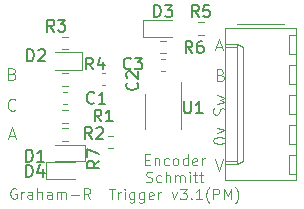
<source format=gbr>
%TF.GenerationSoftware,KiCad,Pcbnew,5.1.12-1.fc35*%
%TF.CreationDate,2021-11-27T14:34:01+00:00*%
%TF.ProjectId,kiCAD_TriSchmittPanelMount_v003.1,6b694341-445f-4547-9269-5363686d6974,rev?*%
%TF.SameCoordinates,Original*%
%TF.FileFunction,Legend,Top*%
%TF.FilePolarity,Positive*%
%FSLAX46Y46*%
G04 Gerber Fmt 4.6, Leading zero omitted, Abs format (unit mm)*
G04 Created by KiCad (PCBNEW 5.1.12-1.fc35) date 2021-11-27 14:34:01*
%MOMM*%
%LPD*%
G01*
G04 APERTURE LIST*
%ADD10C,0.100000*%
%ADD11C,0.120000*%
%ADD12C,0.150000*%
G04 APERTURE END LIST*
D10*
X192800000Y-71128571D02*
X192942857Y-71176190D01*
X192990476Y-71223809D01*
X193038095Y-71319047D01*
X193038095Y-71461904D01*
X192990476Y-71557142D01*
X192942857Y-71604761D01*
X192847619Y-71652380D01*
X192466667Y-71652380D01*
X192466667Y-70652380D01*
X192800000Y-70652380D01*
X192895238Y-70700000D01*
X192942857Y-70747619D01*
X192990476Y-70842857D01*
X192990476Y-70938095D01*
X192942857Y-71033333D01*
X192895238Y-71080952D01*
X192800000Y-71128571D01*
X192466667Y-71128571D01*
X193038095Y-74157142D02*
X192990476Y-74204761D01*
X192847619Y-74252380D01*
X192752381Y-74252380D01*
X192609524Y-74204761D01*
X192514286Y-74109523D01*
X192466667Y-74014285D01*
X192419048Y-73823809D01*
X192419048Y-73680952D01*
X192466667Y-73490476D01*
X192514286Y-73395238D01*
X192609524Y-73300000D01*
X192752381Y-73252380D01*
X192847619Y-73252380D01*
X192990476Y-73300000D01*
X193038095Y-73347619D01*
X192561904Y-76366666D02*
X193038095Y-76366666D01*
X192466666Y-76652380D02*
X192800000Y-75652380D01*
X193133333Y-76652380D01*
X193128571Y-80850000D02*
X193042857Y-80807142D01*
X192914285Y-80807142D01*
X192785714Y-80850000D01*
X192700000Y-80935714D01*
X192657142Y-81021428D01*
X192614285Y-81192857D01*
X192614285Y-81321428D01*
X192657142Y-81492857D01*
X192700000Y-81578571D01*
X192785714Y-81664285D01*
X192914285Y-81707142D01*
X193000000Y-81707142D01*
X193128571Y-81664285D01*
X193171428Y-81621428D01*
X193171428Y-81321428D01*
X193000000Y-81321428D01*
X193557142Y-81707142D02*
X193557142Y-81107142D01*
X193557142Y-81278571D02*
X193600000Y-81192857D01*
X193642857Y-81150000D01*
X193728571Y-81107142D01*
X193814285Y-81107142D01*
X194500000Y-81707142D02*
X194500000Y-81235714D01*
X194457142Y-81150000D01*
X194371428Y-81107142D01*
X194200000Y-81107142D01*
X194114285Y-81150000D01*
X194500000Y-81664285D02*
X194414285Y-81707142D01*
X194200000Y-81707142D01*
X194114285Y-81664285D01*
X194071428Y-81578571D01*
X194071428Y-81492857D01*
X194114285Y-81407142D01*
X194200000Y-81364285D01*
X194414285Y-81364285D01*
X194500000Y-81321428D01*
X194928571Y-81707142D02*
X194928571Y-80807142D01*
X195314285Y-81707142D02*
X195314285Y-81235714D01*
X195271428Y-81150000D01*
X195185714Y-81107142D01*
X195057142Y-81107142D01*
X194971428Y-81150000D01*
X194928571Y-81192857D01*
X196128571Y-81707142D02*
X196128571Y-81235714D01*
X196085714Y-81150000D01*
X196000000Y-81107142D01*
X195828571Y-81107142D01*
X195742857Y-81150000D01*
X196128571Y-81664285D02*
X196042857Y-81707142D01*
X195828571Y-81707142D01*
X195742857Y-81664285D01*
X195700000Y-81578571D01*
X195700000Y-81492857D01*
X195742857Y-81407142D01*
X195828571Y-81364285D01*
X196042857Y-81364285D01*
X196128571Y-81321428D01*
X196557142Y-81707142D02*
X196557142Y-81107142D01*
X196557142Y-81192857D02*
X196600000Y-81150000D01*
X196685714Y-81107142D01*
X196814285Y-81107142D01*
X196900000Y-81150000D01*
X196942857Y-81235714D01*
X196942857Y-81707142D01*
X196942857Y-81235714D02*
X196985714Y-81150000D01*
X197071428Y-81107142D01*
X197200000Y-81107142D01*
X197285714Y-81150000D01*
X197328571Y-81235714D01*
X197328571Y-81707142D01*
X197757142Y-81364285D02*
X198442857Y-81364285D01*
X199385714Y-81707142D02*
X199085714Y-81278571D01*
X198871428Y-81707142D02*
X198871428Y-80807142D01*
X199214285Y-80807142D01*
X199300000Y-80850000D01*
X199342857Y-80892857D01*
X199385714Y-80978571D01*
X199385714Y-81107142D01*
X199342857Y-81192857D01*
X199300000Y-81235714D01*
X199214285Y-81278571D01*
X198871428Y-81278571D01*
X209818809Y-76828571D02*
X209818809Y-76733333D01*
X209866429Y-76638095D01*
X209914048Y-76590476D01*
X210009286Y-76542857D01*
X210199762Y-76495238D01*
X210437857Y-76495238D01*
X210628333Y-76542857D01*
X210723571Y-76590476D01*
X210771190Y-76638095D01*
X210818809Y-76733333D01*
X210818809Y-76828571D01*
X210771190Y-76923809D01*
X210723571Y-76971428D01*
X210628333Y-77019047D01*
X210437857Y-77066666D01*
X210199762Y-77066666D01*
X210009286Y-77019047D01*
X209914048Y-76971428D01*
X209866429Y-76923809D01*
X209818809Y-76828571D01*
X210152143Y-76161904D02*
X210818809Y-75923809D01*
X210152143Y-75685714D01*
X209966666Y-78352380D02*
X210300000Y-79352380D01*
X210633333Y-78352380D01*
X210771190Y-74609523D02*
X210818809Y-74466666D01*
X210818809Y-74228571D01*
X210771190Y-74133333D01*
X210723571Y-74085714D01*
X210628333Y-74038095D01*
X210533095Y-74038095D01*
X210437857Y-74085714D01*
X210390238Y-74133333D01*
X210342619Y-74228571D01*
X210295000Y-74419047D01*
X210247381Y-74514285D01*
X210199762Y-74561904D01*
X210104524Y-74609523D01*
X210009286Y-74609523D01*
X209914048Y-74561904D01*
X209866429Y-74514285D01*
X209818809Y-74419047D01*
X209818809Y-74180952D01*
X209866429Y-74038095D01*
X210152143Y-73704761D02*
X210818809Y-73514285D01*
X210342619Y-73323809D01*
X210818809Y-73133333D01*
X210152143Y-72942857D01*
X210442857Y-71228571D02*
X210585714Y-71276190D01*
X210633333Y-71323809D01*
X210680952Y-71419047D01*
X210680952Y-71561904D01*
X210633333Y-71657142D01*
X210585714Y-71704761D01*
X210490476Y-71752380D01*
X210109524Y-71752380D01*
X210109524Y-70752380D01*
X210442857Y-70752380D01*
X210538095Y-70800000D01*
X210585714Y-70847619D01*
X210633333Y-70942857D01*
X210633333Y-71038095D01*
X210585714Y-71133333D01*
X210538095Y-71180952D01*
X210442857Y-71228571D01*
X210109524Y-71228571D01*
X210061904Y-68866666D02*
X210538095Y-68866666D01*
X209966666Y-69152380D02*
X210300000Y-68152380D01*
X210633333Y-69152380D01*
X204035714Y-78385714D02*
X204335714Y-78385714D01*
X204464285Y-78857142D02*
X204035714Y-78857142D01*
X204035714Y-77957142D01*
X204464285Y-77957142D01*
X204850000Y-78257142D02*
X204850000Y-78857142D01*
X204850000Y-78342857D02*
X204892857Y-78300000D01*
X204978571Y-78257142D01*
X205107142Y-78257142D01*
X205192857Y-78300000D01*
X205235714Y-78385714D01*
X205235714Y-78857142D01*
X206050000Y-78814285D02*
X205964285Y-78857142D01*
X205792857Y-78857142D01*
X205707142Y-78814285D01*
X205664285Y-78771428D01*
X205621428Y-78685714D01*
X205621428Y-78428571D01*
X205664285Y-78342857D01*
X205707142Y-78300000D01*
X205792857Y-78257142D01*
X205964285Y-78257142D01*
X206050000Y-78300000D01*
X206564285Y-78857142D02*
X206478571Y-78814285D01*
X206435714Y-78771428D01*
X206392857Y-78685714D01*
X206392857Y-78428571D01*
X206435714Y-78342857D01*
X206478571Y-78300000D01*
X206564285Y-78257142D01*
X206692857Y-78257142D01*
X206778571Y-78300000D01*
X206821428Y-78342857D01*
X206864285Y-78428571D01*
X206864285Y-78685714D01*
X206821428Y-78771428D01*
X206778571Y-78814285D01*
X206692857Y-78857142D01*
X206564285Y-78857142D01*
X207635714Y-78857142D02*
X207635714Y-77957142D01*
X207635714Y-78814285D02*
X207550000Y-78857142D01*
X207378571Y-78857142D01*
X207292857Y-78814285D01*
X207250000Y-78771428D01*
X207207142Y-78685714D01*
X207207142Y-78428571D01*
X207250000Y-78342857D01*
X207292857Y-78300000D01*
X207378571Y-78257142D01*
X207550000Y-78257142D01*
X207635714Y-78300000D01*
X208407142Y-78814285D02*
X208321428Y-78857142D01*
X208150000Y-78857142D01*
X208064285Y-78814285D01*
X208021428Y-78728571D01*
X208021428Y-78385714D01*
X208064285Y-78300000D01*
X208150000Y-78257142D01*
X208321428Y-78257142D01*
X208407142Y-78300000D01*
X208450000Y-78385714D01*
X208450000Y-78471428D01*
X208021428Y-78557142D01*
X208835714Y-78857142D02*
X208835714Y-78257142D01*
X208835714Y-78428571D02*
X208878571Y-78342857D01*
X208921428Y-78300000D01*
X209007142Y-78257142D01*
X209092857Y-78257142D01*
X204121428Y-80264285D02*
X204250000Y-80307142D01*
X204464285Y-80307142D01*
X204550000Y-80264285D01*
X204592857Y-80221428D01*
X204635714Y-80135714D01*
X204635714Y-80050000D01*
X204592857Y-79964285D01*
X204550000Y-79921428D01*
X204464285Y-79878571D01*
X204292857Y-79835714D01*
X204207142Y-79792857D01*
X204164285Y-79750000D01*
X204121428Y-79664285D01*
X204121428Y-79578571D01*
X204164285Y-79492857D01*
X204207142Y-79450000D01*
X204292857Y-79407142D01*
X204507142Y-79407142D01*
X204635714Y-79450000D01*
X205407142Y-80264285D02*
X205321428Y-80307142D01*
X205150000Y-80307142D01*
X205064285Y-80264285D01*
X205021428Y-80221428D01*
X204978571Y-80135714D01*
X204978571Y-79878571D01*
X205021428Y-79792857D01*
X205064285Y-79750000D01*
X205150000Y-79707142D01*
X205321428Y-79707142D01*
X205407142Y-79750000D01*
X205792857Y-80307142D02*
X205792857Y-79407142D01*
X206178571Y-80307142D02*
X206178571Y-79835714D01*
X206135714Y-79750000D01*
X206050000Y-79707142D01*
X205921428Y-79707142D01*
X205835714Y-79750000D01*
X205792857Y-79792857D01*
X206607142Y-80307142D02*
X206607142Y-79707142D01*
X206607142Y-79792857D02*
X206650000Y-79750000D01*
X206735714Y-79707142D01*
X206864285Y-79707142D01*
X206950000Y-79750000D01*
X206992857Y-79835714D01*
X206992857Y-80307142D01*
X206992857Y-79835714D02*
X207035714Y-79750000D01*
X207121428Y-79707142D01*
X207250000Y-79707142D01*
X207335714Y-79750000D01*
X207378571Y-79835714D01*
X207378571Y-80307142D01*
X207807142Y-80307142D02*
X207807142Y-79707142D01*
X207807142Y-79407142D02*
X207764285Y-79450000D01*
X207807142Y-79492857D01*
X207850000Y-79450000D01*
X207807142Y-79407142D01*
X207807142Y-79492857D01*
X208107142Y-79707142D02*
X208450000Y-79707142D01*
X208235714Y-79407142D02*
X208235714Y-80178571D01*
X208278571Y-80264285D01*
X208364285Y-80307142D01*
X208450000Y-80307142D01*
X208621428Y-79707142D02*
X208964285Y-79707142D01*
X208750000Y-79407142D02*
X208750000Y-80178571D01*
X208792857Y-80264285D01*
X208878571Y-80307142D01*
X208964285Y-80307142D01*
X200950000Y-80857142D02*
X201464285Y-80857142D01*
X201207142Y-81757142D02*
X201207142Y-80857142D01*
X201764285Y-81757142D02*
X201764285Y-81157142D01*
X201764285Y-81328571D02*
X201807142Y-81242857D01*
X201850000Y-81200000D01*
X201935714Y-81157142D01*
X202021428Y-81157142D01*
X202321428Y-81757142D02*
X202321428Y-81157142D01*
X202321428Y-80857142D02*
X202278571Y-80900000D01*
X202321428Y-80942857D01*
X202364285Y-80900000D01*
X202321428Y-80857142D01*
X202321428Y-80942857D01*
X203135714Y-81157142D02*
X203135714Y-81885714D01*
X203092857Y-81971428D01*
X203050000Y-82014285D01*
X202964285Y-82057142D01*
X202835714Y-82057142D01*
X202750000Y-82014285D01*
X203135714Y-81714285D02*
X203050000Y-81757142D01*
X202878571Y-81757142D01*
X202792857Y-81714285D01*
X202750000Y-81671428D01*
X202707142Y-81585714D01*
X202707142Y-81328571D01*
X202750000Y-81242857D01*
X202792857Y-81200000D01*
X202878571Y-81157142D01*
X203050000Y-81157142D01*
X203135714Y-81200000D01*
X203950000Y-81157142D02*
X203950000Y-81885714D01*
X203907142Y-81971428D01*
X203864285Y-82014285D01*
X203778571Y-82057142D01*
X203650000Y-82057142D01*
X203564285Y-82014285D01*
X203950000Y-81714285D02*
X203864285Y-81757142D01*
X203692857Y-81757142D01*
X203607142Y-81714285D01*
X203564285Y-81671428D01*
X203521428Y-81585714D01*
X203521428Y-81328571D01*
X203564285Y-81242857D01*
X203607142Y-81200000D01*
X203692857Y-81157142D01*
X203864285Y-81157142D01*
X203950000Y-81200000D01*
X204721428Y-81714285D02*
X204635714Y-81757142D01*
X204464285Y-81757142D01*
X204378571Y-81714285D01*
X204335714Y-81628571D01*
X204335714Y-81285714D01*
X204378571Y-81200000D01*
X204464285Y-81157142D01*
X204635714Y-81157142D01*
X204721428Y-81200000D01*
X204764285Y-81285714D01*
X204764285Y-81371428D01*
X204335714Y-81457142D01*
X205150000Y-81757142D02*
X205150000Y-81157142D01*
X205150000Y-81328571D02*
X205192857Y-81242857D01*
X205235714Y-81200000D01*
X205321428Y-81157142D01*
X205407142Y-81157142D01*
X206307142Y-81157142D02*
X206521428Y-81757142D01*
X206735714Y-81157142D01*
X206992857Y-80857142D02*
X207550000Y-80857142D01*
X207250000Y-81200000D01*
X207378571Y-81200000D01*
X207464285Y-81242857D01*
X207507142Y-81285714D01*
X207550000Y-81371428D01*
X207550000Y-81585714D01*
X207507142Y-81671428D01*
X207464285Y-81714285D01*
X207378571Y-81757142D01*
X207121428Y-81757142D01*
X207035714Y-81714285D01*
X206992857Y-81671428D01*
X207935714Y-81671428D02*
X207978571Y-81714285D01*
X207935714Y-81757142D01*
X207892857Y-81714285D01*
X207935714Y-81671428D01*
X207935714Y-81757142D01*
X208835714Y-81757142D02*
X208321428Y-81757142D01*
X208578571Y-81757142D02*
X208578571Y-80857142D01*
X208492857Y-80985714D01*
X208407142Y-81071428D01*
X208321428Y-81114285D01*
X209478571Y-82100000D02*
X209435714Y-82057142D01*
X209350000Y-81928571D01*
X209307142Y-81842857D01*
X209264285Y-81714285D01*
X209221428Y-81500000D01*
X209221428Y-81328571D01*
X209264285Y-81114285D01*
X209307142Y-80985714D01*
X209350000Y-80900000D01*
X209435714Y-80771428D01*
X209478571Y-80728571D01*
X209821428Y-81757142D02*
X209821428Y-80857142D01*
X210164285Y-80857142D01*
X210250000Y-80900000D01*
X210292857Y-80942857D01*
X210335714Y-81028571D01*
X210335714Y-81157142D01*
X210292857Y-81242857D01*
X210250000Y-81285714D01*
X210164285Y-81328571D01*
X209821428Y-81328571D01*
X210721428Y-81757142D02*
X210721428Y-80857142D01*
X211021428Y-81500000D01*
X211321428Y-80857142D01*
X211321428Y-81757142D01*
X211664285Y-82100000D02*
X211707142Y-82057142D01*
X211792857Y-81928571D01*
X211835714Y-81842857D01*
X211878571Y-81714285D01*
X211921428Y-81500000D01*
X211921428Y-81328571D01*
X211878571Y-81114285D01*
X211835714Y-80985714D01*
X211792857Y-80900000D01*
X211707142Y-80771428D01*
X211664285Y-80728571D01*
D11*
%TO.C,R7*%
X201337258Y-77422500D02*
X200862742Y-77422500D01*
X201337258Y-76377500D02*
X200862742Y-76377500D01*
%TO.C,D4*%
X198100000Y-78565000D02*
X195640000Y-78565000D01*
X195640000Y-78565000D02*
X195640000Y-80035000D01*
X195640000Y-80035000D02*
X198100000Y-80035000D01*
%TO.C,J1*%
X216830000Y-67240000D02*
X210810000Y-67240000D01*
X210810000Y-67240000D02*
X210810000Y-80160000D01*
X210810000Y-80160000D02*
X216830000Y-80160000D01*
X216830000Y-80160000D02*
X216830000Y-67240000D01*
X215800000Y-66950000D02*
X211800000Y-66950000D01*
X210810000Y-68620000D02*
X211810000Y-68620000D01*
X211810000Y-68620000D02*
X211810000Y-78780000D01*
X211810000Y-78780000D02*
X210810000Y-78780000D01*
X211810000Y-68620000D02*
X212340000Y-68870000D01*
X212340000Y-68870000D02*
X212340000Y-78530000D01*
X212340000Y-78530000D02*
X211810000Y-78780000D01*
X210810000Y-68870000D02*
X211810000Y-68870000D01*
X210810000Y-78530000D02*
X211810000Y-78530000D01*
X216830000Y-67820000D02*
X216230000Y-67820000D01*
X216230000Y-67820000D02*
X216230000Y-69420000D01*
X216230000Y-69420000D02*
X216830000Y-69420000D01*
X216830000Y-70360000D02*
X216230000Y-70360000D01*
X216230000Y-70360000D02*
X216230000Y-71960000D01*
X216230000Y-71960000D02*
X216830000Y-71960000D01*
X216830000Y-72900000D02*
X216230000Y-72900000D01*
X216230000Y-72900000D02*
X216230000Y-74500000D01*
X216230000Y-74500000D02*
X216830000Y-74500000D01*
X216830000Y-75440000D02*
X216230000Y-75440000D01*
X216230000Y-75440000D02*
X216230000Y-77040000D01*
X216230000Y-77040000D02*
X216830000Y-77040000D01*
X216830000Y-77980000D02*
X216230000Y-77980000D01*
X216230000Y-77980000D02*
X216230000Y-79580000D01*
X216230000Y-79580000D02*
X216830000Y-79580000D01*
%TO.C,U1*%
X204050000Y-75800000D02*
X204050000Y-72800000D01*
X207050000Y-75800000D02*
X207050000Y-71800000D01*
%TO.C,R6*%
X205295276Y-69372500D02*
X205804724Y-69372500D01*
X205295276Y-68327500D02*
X205804724Y-68327500D01*
%TO.C,R5*%
X208512742Y-67822500D02*
X208987258Y-67822500D01*
X208512742Y-66777500D02*
X208987258Y-66777500D01*
%TO.C,R4*%
X197496092Y-71077500D02*
X197021576Y-71077500D01*
X197496092Y-72122500D02*
X197021576Y-72122500D01*
%TO.C,R3*%
X197021576Y-69022500D02*
X197496092Y-69022500D01*
X197021576Y-67977500D02*
X197496092Y-67977500D01*
%TO.C,R2*%
X197496092Y-76795834D02*
X197021576Y-76795834D01*
X197496092Y-75750834D02*
X197021576Y-75750834D01*
%TO.C,R1*%
X197021576Y-74214168D02*
X197496092Y-74214168D01*
X197021576Y-75259168D02*
X197496092Y-75259168D01*
%TO.C,D3*%
X203890000Y-68035000D02*
X206350000Y-68035000D01*
X203890000Y-66565000D02*
X203890000Y-68035000D01*
X206350000Y-66565000D02*
X203890000Y-66565000D01*
%TO.C,D2*%
X198723834Y-69315000D02*
X196438834Y-69315000D01*
X198723834Y-70785000D02*
X198723834Y-69315000D01*
X196438834Y-70785000D02*
X198723834Y-70785000D01*
%TO.C,D1*%
X196438834Y-78485000D02*
X198923834Y-78485000D01*
X198923834Y-78485000D02*
X198923834Y-77115000D01*
X198923834Y-77115000D02*
X196438834Y-77115000D01*
%TO.C,C3*%
X205403733Y-70910000D02*
X205696267Y-70910000D01*
X205403733Y-69890000D02*
X205696267Y-69890000D01*
%TO.C,C2*%
X200646267Y-71090000D02*
X200353733Y-71090000D01*
X200646267Y-72110000D02*
X200353733Y-72110000D01*
%TO.C,C1*%
X197112567Y-72690000D02*
X197405101Y-72690000D01*
X197112567Y-73710000D02*
X197405101Y-73710000D01*
%TO.C,R7*%
D12*
X200152380Y-78496666D02*
X199676190Y-78830000D01*
X200152380Y-79068095D02*
X199152380Y-79068095D01*
X199152380Y-78687142D01*
X199200000Y-78591904D01*
X199247619Y-78544285D01*
X199342857Y-78496666D01*
X199485714Y-78496666D01*
X199580952Y-78544285D01*
X199628571Y-78591904D01*
X199676190Y-78687142D01*
X199676190Y-79068095D01*
X199152380Y-78163333D02*
X199152380Y-77496666D01*
X200152380Y-77925238D01*
%TO.C,D4*%
X193961904Y-79852380D02*
X193961904Y-78852380D01*
X194200000Y-78852380D01*
X194342857Y-78900000D01*
X194438095Y-78995238D01*
X194485714Y-79090476D01*
X194533333Y-79280952D01*
X194533333Y-79423809D01*
X194485714Y-79614285D01*
X194438095Y-79709523D01*
X194342857Y-79804761D01*
X194200000Y-79852380D01*
X193961904Y-79852380D01*
X195390476Y-79185714D02*
X195390476Y-79852380D01*
X195152380Y-78804761D02*
X194914285Y-79519047D01*
X195533333Y-79519047D01*
%TO.C,U1*%
X207338095Y-73452380D02*
X207338095Y-74261904D01*
X207385714Y-74357142D01*
X207433333Y-74404761D01*
X207528571Y-74452380D01*
X207719047Y-74452380D01*
X207814285Y-74404761D01*
X207861904Y-74357142D01*
X207909523Y-74261904D01*
X207909523Y-73452380D01*
X208909523Y-74452380D02*
X208338095Y-74452380D01*
X208623809Y-74452380D02*
X208623809Y-73452380D01*
X208528571Y-73595238D01*
X208433333Y-73690476D01*
X208338095Y-73738095D01*
%TO.C,R6*%
X208033333Y-69352380D02*
X207700000Y-68876190D01*
X207461904Y-69352380D02*
X207461904Y-68352380D01*
X207842857Y-68352380D01*
X207938095Y-68400000D01*
X207985714Y-68447619D01*
X208033333Y-68542857D01*
X208033333Y-68685714D01*
X207985714Y-68780952D01*
X207938095Y-68828571D01*
X207842857Y-68876190D01*
X207461904Y-68876190D01*
X208890476Y-68352380D02*
X208700000Y-68352380D01*
X208604761Y-68400000D01*
X208557142Y-68447619D01*
X208461904Y-68590476D01*
X208414285Y-68780952D01*
X208414285Y-69161904D01*
X208461904Y-69257142D01*
X208509523Y-69304761D01*
X208604761Y-69352380D01*
X208795238Y-69352380D01*
X208890476Y-69304761D01*
X208938095Y-69257142D01*
X208985714Y-69161904D01*
X208985714Y-68923809D01*
X208938095Y-68828571D01*
X208890476Y-68780952D01*
X208795238Y-68733333D01*
X208604761Y-68733333D01*
X208509523Y-68780952D01*
X208461904Y-68828571D01*
X208414285Y-68923809D01*
%TO.C,R5*%
X208583333Y-66322380D02*
X208250000Y-65846190D01*
X208011904Y-66322380D02*
X208011904Y-65322380D01*
X208392857Y-65322380D01*
X208488095Y-65370000D01*
X208535714Y-65417619D01*
X208583333Y-65512857D01*
X208583333Y-65655714D01*
X208535714Y-65750952D01*
X208488095Y-65798571D01*
X208392857Y-65846190D01*
X208011904Y-65846190D01*
X209488095Y-65322380D02*
X209011904Y-65322380D01*
X208964285Y-65798571D01*
X209011904Y-65750952D01*
X209107142Y-65703333D01*
X209345238Y-65703333D01*
X209440476Y-65750952D01*
X209488095Y-65798571D01*
X209535714Y-65893809D01*
X209535714Y-66131904D01*
X209488095Y-66227142D01*
X209440476Y-66274761D01*
X209345238Y-66322380D01*
X209107142Y-66322380D01*
X209011904Y-66274761D01*
X208964285Y-66227142D01*
%TO.C,R4*%
X199633333Y-70752380D02*
X199300000Y-70276190D01*
X199061904Y-70752380D02*
X199061904Y-69752380D01*
X199442857Y-69752380D01*
X199538095Y-69800000D01*
X199585714Y-69847619D01*
X199633333Y-69942857D01*
X199633333Y-70085714D01*
X199585714Y-70180952D01*
X199538095Y-70228571D01*
X199442857Y-70276190D01*
X199061904Y-70276190D01*
X200490476Y-70085714D02*
X200490476Y-70752380D01*
X200252380Y-69704761D02*
X200014285Y-70419047D01*
X200633333Y-70419047D01*
%TO.C,R3*%
X196333333Y-67552380D02*
X196000000Y-67076190D01*
X195761904Y-67552380D02*
X195761904Y-66552380D01*
X196142857Y-66552380D01*
X196238095Y-66600000D01*
X196285714Y-66647619D01*
X196333333Y-66742857D01*
X196333333Y-66885714D01*
X196285714Y-66980952D01*
X196238095Y-67028571D01*
X196142857Y-67076190D01*
X195761904Y-67076190D01*
X196666666Y-66552380D02*
X197285714Y-66552380D01*
X196952380Y-66933333D01*
X197095238Y-66933333D01*
X197190476Y-66980952D01*
X197238095Y-67028571D01*
X197285714Y-67123809D01*
X197285714Y-67361904D01*
X197238095Y-67457142D01*
X197190476Y-67504761D01*
X197095238Y-67552380D01*
X196809523Y-67552380D01*
X196714285Y-67504761D01*
X196666666Y-67457142D01*
%TO.C,R2*%
X199533333Y-76652380D02*
X199200000Y-76176190D01*
X198961904Y-76652380D02*
X198961904Y-75652380D01*
X199342857Y-75652380D01*
X199438095Y-75700000D01*
X199485714Y-75747619D01*
X199533333Y-75842857D01*
X199533333Y-75985714D01*
X199485714Y-76080952D01*
X199438095Y-76128571D01*
X199342857Y-76176190D01*
X198961904Y-76176190D01*
X199914285Y-75747619D02*
X199961904Y-75700000D01*
X200057142Y-75652380D01*
X200295238Y-75652380D01*
X200390476Y-75700000D01*
X200438095Y-75747619D01*
X200485714Y-75842857D01*
X200485714Y-75938095D01*
X200438095Y-76080952D01*
X199866666Y-76652380D01*
X200485714Y-76652380D01*
%TO.C,R1*%
X200333333Y-75152380D02*
X200000000Y-74676190D01*
X199761904Y-75152380D02*
X199761904Y-74152380D01*
X200142857Y-74152380D01*
X200238095Y-74200000D01*
X200285714Y-74247619D01*
X200333333Y-74342857D01*
X200333333Y-74485714D01*
X200285714Y-74580952D01*
X200238095Y-74628571D01*
X200142857Y-74676190D01*
X199761904Y-74676190D01*
X201285714Y-75152380D02*
X200714285Y-75152380D01*
X201000000Y-75152380D02*
X201000000Y-74152380D01*
X200904761Y-74295238D01*
X200809523Y-74390476D01*
X200714285Y-74438095D01*
%TO.C,D3*%
X204811904Y-66322380D02*
X204811904Y-65322380D01*
X205050000Y-65322380D01*
X205192857Y-65370000D01*
X205288095Y-65465238D01*
X205335714Y-65560476D01*
X205383333Y-65750952D01*
X205383333Y-65893809D01*
X205335714Y-66084285D01*
X205288095Y-66179523D01*
X205192857Y-66274761D01*
X205050000Y-66322380D01*
X204811904Y-66322380D01*
X205716666Y-65322380D02*
X206335714Y-65322380D01*
X206002380Y-65703333D01*
X206145238Y-65703333D01*
X206240476Y-65750952D01*
X206288095Y-65798571D01*
X206335714Y-65893809D01*
X206335714Y-66131904D01*
X206288095Y-66227142D01*
X206240476Y-66274761D01*
X206145238Y-66322380D01*
X205859523Y-66322380D01*
X205764285Y-66274761D01*
X205716666Y-66227142D01*
%TO.C,D2*%
X194061904Y-70052380D02*
X194061904Y-69052380D01*
X194300000Y-69052380D01*
X194442857Y-69100000D01*
X194538095Y-69195238D01*
X194585714Y-69290476D01*
X194633333Y-69480952D01*
X194633333Y-69623809D01*
X194585714Y-69814285D01*
X194538095Y-69909523D01*
X194442857Y-70004761D01*
X194300000Y-70052380D01*
X194061904Y-70052380D01*
X195014285Y-69147619D02*
X195061904Y-69100000D01*
X195157142Y-69052380D01*
X195395238Y-69052380D01*
X195490476Y-69100000D01*
X195538095Y-69147619D01*
X195585714Y-69242857D01*
X195585714Y-69338095D01*
X195538095Y-69480952D01*
X194966666Y-70052380D01*
X195585714Y-70052380D01*
%TO.C,D1*%
X193961904Y-78552380D02*
X193961904Y-77552380D01*
X194200000Y-77552380D01*
X194342857Y-77600000D01*
X194438095Y-77695238D01*
X194485714Y-77790476D01*
X194533333Y-77980952D01*
X194533333Y-78123809D01*
X194485714Y-78314285D01*
X194438095Y-78409523D01*
X194342857Y-78504761D01*
X194200000Y-78552380D01*
X193961904Y-78552380D01*
X195485714Y-78552380D02*
X194914285Y-78552380D01*
X195200000Y-78552380D02*
X195200000Y-77552380D01*
X195104761Y-77695238D01*
X195009523Y-77790476D01*
X194914285Y-77838095D01*
%TO.C,C3*%
X202833333Y-70657142D02*
X202785714Y-70704761D01*
X202642857Y-70752380D01*
X202547619Y-70752380D01*
X202404761Y-70704761D01*
X202309523Y-70609523D01*
X202261904Y-70514285D01*
X202214285Y-70323809D01*
X202214285Y-70180952D01*
X202261904Y-69990476D01*
X202309523Y-69895238D01*
X202404761Y-69800000D01*
X202547619Y-69752380D01*
X202642857Y-69752380D01*
X202785714Y-69800000D01*
X202833333Y-69847619D01*
X203166666Y-69752380D02*
X203785714Y-69752380D01*
X203452380Y-70133333D01*
X203595238Y-70133333D01*
X203690476Y-70180952D01*
X203738095Y-70228571D01*
X203785714Y-70323809D01*
X203785714Y-70561904D01*
X203738095Y-70657142D01*
X203690476Y-70704761D01*
X203595238Y-70752380D01*
X203309523Y-70752380D01*
X203214285Y-70704761D01*
X203166666Y-70657142D01*
%TO.C,C2*%
X203357142Y-71866666D02*
X203404761Y-71914285D01*
X203452380Y-72057142D01*
X203452380Y-72152380D01*
X203404761Y-72295238D01*
X203309523Y-72390476D01*
X203214285Y-72438095D01*
X203023809Y-72485714D01*
X202880952Y-72485714D01*
X202690476Y-72438095D01*
X202595238Y-72390476D01*
X202500000Y-72295238D01*
X202452380Y-72152380D01*
X202452380Y-72057142D01*
X202500000Y-71914285D01*
X202547619Y-71866666D01*
X202547619Y-71485714D02*
X202500000Y-71438095D01*
X202452380Y-71342857D01*
X202452380Y-71104761D01*
X202500000Y-71009523D01*
X202547619Y-70961904D01*
X202642857Y-70914285D01*
X202738095Y-70914285D01*
X202880952Y-70961904D01*
X203452380Y-71533333D01*
X203452380Y-70914285D01*
%TO.C,C1*%
X199733333Y-73557142D02*
X199685714Y-73604761D01*
X199542857Y-73652380D01*
X199447619Y-73652380D01*
X199304761Y-73604761D01*
X199209523Y-73509523D01*
X199161904Y-73414285D01*
X199114285Y-73223809D01*
X199114285Y-73080952D01*
X199161904Y-72890476D01*
X199209523Y-72795238D01*
X199304761Y-72700000D01*
X199447619Y-72652380D01*
X199542857Y-72652380D01*
X199685714Y-72700000D01*
X199733333Y-72747619D01*
X200685714Y-73652380D02*
X200114285Y-73652380D01*
X200400000Y-73652380D02*
X200400000Y-72652380D01*
X200304761Y-72795238D01*
X200209523Y-72890476D01*
X200114285Y-72938095D01*
%TD*%
M02*

</source>
